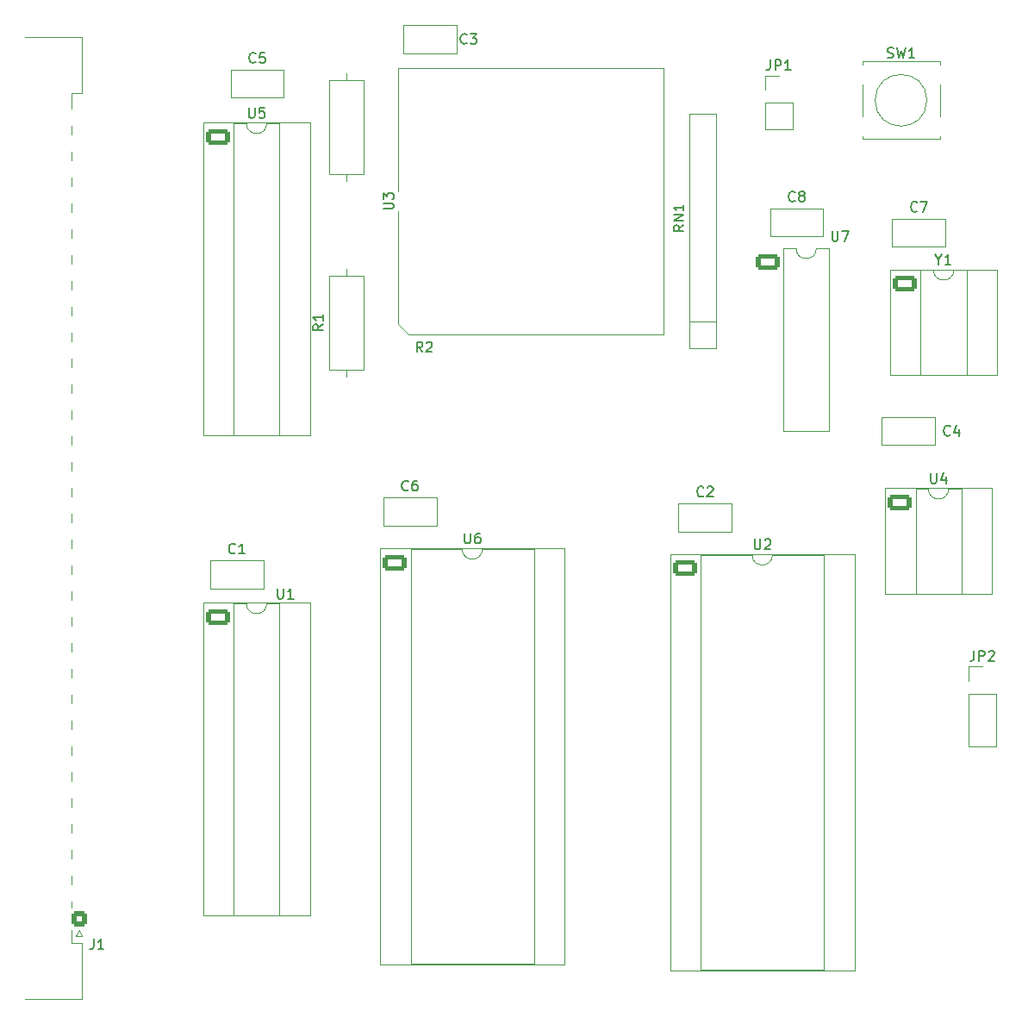
<source format=gto>
G04 #@! TF.GenerationSoftware,KiCad,Pcbnew,9.0.5*
G04 #@! TF.CreationDate,2025-10-15T15:43:06+11:00*
G04 #@! TF.ProjectId,MECB_68008_CPU,4d454342-5f36-4383-9030-385f4350552e,1.0*
G04 #@! TF.SameCoordinates,Original*
G04 #@! TF.FileFunction,Legend,Top*
G04 #@! TF.FilePolarity,Positive*
%FSLAX46Y46*%
G04 Gerber Fmt 4.6, Leading zero omitted, Abs format (unit mm)*
G04 Created by KiCad (PCBNEW 9.0.5) date 2025-10-15 15:43:06*
%MOMM*%
%LPD*%
G01*
G04 APERTURE LIST*
G04 Aperture macros list*
%AMRoundRect*
0 Rectangle with rounded corners*
0 $1 Rounding radius*
0 $2 $3 $4 $5 $6 $7 $8 $9 X,Y pos of 4 corners*
0 Add a 4 corners polygon primitive as box body*
4,1,4,$2,$3,$4,$5,$6,$7,$8,$9,$2,$3,0*
0 Add four circle primitives for the rounded corners*
1,1,$1+$1,$2,$3*
1,1,$1+$1,$4,$5*
1,1,$1+$1,$6,$7*
1,1,$1+$1,$8,$9*
0 Add four rect primitives between the rounded corners*
20,1,$1+$1,$2,$3,$4,$5,0*
20,1,$1+$1,$4,$5,$6,$7,0*
20,1,$1+$1,$6,$7,$8,$9,0*
20,1,$1+$1,$8,$9,$2,$3,0*%
G04 Aperture macros list end*
%ADD10C,0.150000*%
%ADD11C,0.120000*%
%ADD12C,3.200000*%
%ADD13C,2.850000*%
%ADD14RoundRect,0.249550X0.525450X-0.525450X0.525450X0.525450X-0.525450X0.525450X-0.525450X-0.525450X0*%
%ADD15C,1.550000*%
%ADD16C,1.397000*%
%ADD17C,1.600000*%
%ADD18R,1.600000X1.600000*%
%ADD19RoundRect,0.250000X-0.950000X-0.550000X0.950000X-0.550000X0.950000X0.550000X-0.950000X0.550000X0*%
%ADD20O,2.400000X1.600000*%
%ADD21R,1.700000X1.700000*%
%ADD22C,1.700000*%
%ADD23R,1.422400X1.422400*%
%ADD24C,1.422400*%
G04 APERTURE END LIST*
D10*
X103171666Y-137884819D02*
X103171666Y-138599104D01*
X103171666Y-138599104D02*
X103124047Y-138741961D01*
X103124047Y-138741961D02*
X103028809Y-138837200D01*
X103028809Y-138837200D02*
X102885952Y-138884819D01*
X102885952Y-138884819D02*
X102790714Y-138884819D01*
X104171666Y-138884819D02*
X103600238Y-138884819D01*
X103885952Y-138884819D02*
X103885952Y-137884819D01*
X103885952Y-137884819D02*
X103790714Y-138027676D01*
X103790714Y-138027676D02*
X103695476Y-138122914D01*
X103695476Y-138122914D02*
X103600238Y-138170533D01*
X181166667Y-51287200D02*
X181309524Y-51334819D01*
X181309524Y-51334819D02*
X181547619Y-51334819D01*
X181547619Y-51334819D02*
X181642857Y-51287200D01*
X181642857Y-51287200D02*
X181690476Y-51239580D01*
X181690476Y-51239580D02*
X181738095Y-51144342D01*
X181738095Y-51144342D02*
X181738095Y-51049104D01*
X181738095Y-51049104D02*
X181690476Y-50953866D01*
X181690476Y-50953866D02*
X181642857Y-50906247D01*
X181642857Y-50906247D02*
X181547619Y-50858628D01*
X181547619Y-50858628D02*
X181357143Y-50811009D01*
X181357143Y-50811009D02*
X181261905Y-50763390D01*
X181261905Y-50763390D02*
X181214286Y-50715771D01*
X181214286Y-50715771D02*
X181166667Y-50620533D01*
X181166667Y-50620533D02*
X181166667Y-50525295D01*
X181166667Y-50525295D02*
X181214286Y-50430057D01*
X181214286Y-50430057D02*
X181261905Y-50382438D01*
X181261905Y-50382438D02*
X181357143Y-50334819D01*
X181357143Y-50334819D02*
X181595238Y-50334819D01*
X181595238Y-50334819D02*
X181738095Y-50382438D01*
X182071429Y-50334819D02*
X182309524Y-51334819D01*
X182309524Y-51334819D02*
X182500000Y-50620533D01*
X182500000Y-50620533D02*
X182690476Y-51334819D01*
X182690476Y-51334819D02*
X182928572Y-50334819D01*
X183833333Y-51334819D02*
X183261905Y-51334819D01*
X183547619Y-51334819D02*
X183547619Y-50334819D01*
X183547619Y-50334819D02*
X183452381Y-50477676D01*
X183452381Y-50477676D02*
X183357143Y-50572914D01*
X183357143Y-50572914D02*
X183261905Y-50620533D01*
X184083333Y-66359580D02*
X184035714Y-66407200D01*
X184035714Y-66407200D02*
X183892857Y-66454819D01*
X183892857Y-66454819D02*
X183797619Y-66454819D01*
X183797619Y-66454819D02*
X183654762Y-66407200D01*
X183654762Y-66407200D02*
X183559524Y-66311961D01*
X183559524Y-66311961D02*
X183511905Y-66216723D01*
X183511905Y-66216723D02*
X183464286Y-66026247D01*
X183464286Y-66026247D02*
X183464286Y-65883390D01*
X183464286Y-65883390D02*
X183511905Y-65692914D01*
X183511905Y-65692914D02*
X183559524Y-65597676D01*
X183559524Y-65597676D02*
X183654762Y-65502438D01*
X183654762Y-65502438D02*
X183797619Y-65454819D01*
X183797619Y-65454819D02*
X183892857Y-65454819D01*
X183892857Y-65454819D02*
X184035714Y-65502438D01*
X184035714Y-65502438D02*
X184083333Y-65550057D01*
X184416667Y-65454819D02*
X185083333Y-65454819D01*
X185083333Y-65454819D02*
X184654762Y-66454819D01*
X125734819Y-77516666D02*
X125258628Y-77849999D01*
X125734819Y-78088094D02*
X124734819Y-78088094D01*
X124734819Y-78088094D02*
X124734819Y-77707142D01*
X124734819Y-77707142D02*
X124782438Y-77611904D01*
X124782438Y-77611904D02*
X124830057Y-77564285D01*
X124830057Y-77564285D02*
X124925295Y-77516666D01*
X124925295Y-77516666D02*
X125068152Y-77516666D01*
X125068152Y-77516666D02*
X125163390Y-77564285D01*
X125163390Y-77564285D02*
X125211009Y-77611904D01*
X125211009Y-77611904D02*
X125258628Y-77707142D01*
X125258628Y-77707142D02*
X125258628Y-78088094D01*
X125734819Y-76564285D02*
X125734819Y-77135713D01*
X125734819Y-76849999D02*
X124734819Y-76849999D01*
X124734819Y-76849999D02*
X124877676Y-76945237D01*
X124877676Y-76945237D02*
X124972914Y-77040475D01*
X124972914Y-77040475D02*
X125020533Y-77135713D01*
X161144819Y-67760476D02*
X160668628Y-68093809D01*
X161144819Y-68331904D02*
X160144819Y-68331904D01*
X160144819Y-68331904D02*
X160144819Y-67950952D01*
X160144819Y-67950952D02*
X160192438Y-67855714D01*
X160192438Y-67855714D02*
X160240057Y-67808095D01*
X160240057Y-67808095D02*
X160335295Y-67760476D01*
X160335295Y-67760476D02*
X160478152Y-67760476D01*
X160478152Y-67760476D02*
X160573390Y-67808095D01*
X160573390Y-67808095D02*
X160621009Y-67855714D01*
X160621009Y-67855714D02*
X160668628Y-67950952D01*
X160668628Y-67950952D02*
X160668628Y-68331904D01*
X161144819Y-67331904D02*
X160144819Y-67331904D01*
X160144819Y-67331904D02*
X161144819Y-66760476D01*
X161144819Y-66760476D02*
X160144819Y-66760476D01*
X161144819Y-65760476D02*
X161144819Y-66331904D01*
X161144819Y-66046190D02*
X160144819Y-66046190D01*
X160144819Y-66046190D02*
X160287676Y-66141428D01*
X160287676Y-66141428D02*
X160382914Y-66236666D01*
X160382914Y-66236666D02*
X160430533Y-66331904D01*
X187333333Y-88359580D02*
X187285714Y-88407200D01*
X187285714Y-88407200D02*
X187142857Y-88454819D01*
X187142857Y-88454819D02*
X187047619Y-88454819D01*
X187047619Y-88454819D02*
X186904762Y-88407200D01*
X186904762Y-88407200D02*
X186809524Y-88311961D01*
X186809524Y-88311961D02*
X186761905Y-88216723D01*
X186761905Y-88216723D02*
X186714286Y-88026247D01*
X186714286Y-88026247D02*
X186714286Y-87883390D01*
X186714286Y-87883390D02*
X186761905Y-87692914D01*
X186761905Y-87692914D02*
X186809524Y-87597676D01*
X186809524Y-87597676D02*
X186904762Y-87502438D01*
X186904762Y-87502438D02*
X187047619Y-87454819D01*
X187047619Y-87454819D02*
X187142857Y-87454819D01*
X187142857Y-87454819D02*
X187285714Y-87502438D01*
X187285714Y-87502438D02*
X187333333Y-87550057D01*
X188190476Y-87788152D02*
X188190476Y-88454819D01*
X187952381Y-87407200D02*
X187714286Y-88121485D01*
X187714286Y-88121485D02*
X188333333Y-88121485D01*
X168118095Y-98604819D02*
X168118095Y-99414342D01*
X168118095Y-99414342D02*
X168165714Y-99509580D01*
X168165714Y-99509580D02*
X168213333Y-99557200D01*
X168213333Y-99557200D02*
X168308571Y-99604819D01*
X168308571Y-99604819D02*
X168499047Y-99604819D01*
X168499047Y-99604819D02*
X168594285Y-99557200D01*
X168594285Y-99557200D02*
X168641904Y-99509580D01*
X168641904Y-99509580D02*
X168689523Y-99414342D01*
X168689523Y-99414342D02*
X168689523Y-98604819D01*
X169118095Y-98700057D02*
X169165714Y-98652438D01*
X169165714Y-98652438D02*
X169260952Y-98604819D01*
X169260952Y-98604819D02*
X169499047Y-98604819D01*
X169499047Y-98604819D02*
X169594285Y-98652438D01*
X169594285Y-98652438D02*
X169641904Y-98700057D01*
X169641904Y-98700057D02*
X169689523Y-98795295D01*
X169689523Y-98795295D02*
X169689523Y-98890533D01*
X169689523Y-98890533D02*
X169641904Y-99033390D01*
X169641904Y-99033390D02*
X169070476Y-99604819D01*
X169070476Y-99604819D02*
X169689523Y-99604819D01*
X163093333Y-94339580D02*
X163045714Y-94387200D01*
X163045714Y-94387200D02*
X162902857Y-94434819D01*
X162902857Y-94434819D02*
X162807619Y-94434819D01*
X162807619Y-94434819D02*
X162664762Y-94387200D01*
X162664762Y-94387200D02*
X162569524Y-94291961D01*
X162569524Y-94291961D02*
X162521905Y-94196723D01*
X162521905Y-94196723D02*
X162474286Y-94006247D01*
X162474286Y-94006247D02*
X162474286Y-93863390D01*
X162474286Y-93863390D02*
X162521905Y-93672914D01*
X162521905Y-93672914D02*
X162569524Y-93577676D01*
X162569524Y-93577676D02*
X162664762Y-93482438D01*
X162664762Y-93482438D02*
X162807619Y-93434819D01*
X162807619Y-93434819D02*
X162902857Y-93434819D01*
X162902857Y-93434819D02*
X163045714Y-93482438D01*
X163045714Y-93482438D02*
X163093333Y-93530057D01*
X163474286Y-93530057D02*
X163521905Y-93482438D01*
X163521905Y-93482438D02*
X163617143Y-93434819D01*
X163617143Y-93434819D02*
X163855238Y-93434819D01*
X163855238Y-93434819D02*
X163950476Y-93482438D01*
X163950476Y-93482438D02*
X163998095Y-93530057D01*
X163998095Y-93530057D02*
X164045714Y-93625295D01*
X164045714Y-93625295D02*
X164045714Y-93720533D01*
X164045714Y-93720533D02*
X163998095Y-93863390D01*
X163998095Y-93863390D02*
X163426667Y-94434819D01*
X163426667Y-94434819D02*
X164045714Y-94434819D01*
X139833333Y-49859580D02*
X139785714Y-49907200D01*
X139785714Y-49907200D02*
X139642857Y-49954819D01*
X139642857Y-49954819D02*
X139547619Y-49954819D01*
X139547619Y-49954819D02*
X139404762Y-49907200D01*
X139404762Y-49907200D02*
X139309524Y-49811961D01*
X139309524Y-49811961D02*
X139261905Y-49716723D01*
X139261905Y-49716723D02*
X139214286Y-49526247D01*
X139214286Y-49526247D02*
X139214286Y-49383390D01*
X139214286Y-49383390D02*
X139261905Y-49192914D01*
X139261905Y-49192914D02*
X139309524Y-49097676D01*
X139309524Y-49097676D02*
X139404762Y-49002438D01*
X139404762Y-49002438D02*
X139547619Y-48954819D01*
X139547619Y-48954819D02*
X139642857Y-48954819D01*
X139642857Y-48954819D02*
X139785714Y-49002438D01*
X139785714Y-49002438D02*
X139833333Y-49050057D01*
X140166667Y-48954819D02*
X140785714Y-48954819D01*
X140785714Y-48954819D02*
X140452381Y-49335771D01*
X140452381Y-49335771D02*
X140595238Y-49335771D01*
X140595238Y-49335771D02*
X140690476Y-49383390D01*
X140690476Y-49383390D02*
X140738095Y-49431009D01*
X140738095Y-49431009D02*
X140785714Y-49526247D01*
X140785714Y-49526247D02*
X140785714Y-49764342D01*
X140785714Y-49764342D02*
X140738095Y-49859580D01*
X140738095Y-49859580D02*
X140690476Y-49907200D01*
X140690476Y-49907200D02*
X140595238Y-49954819D01*
X140595238Y-49954819D02*
X140309524Y-49954819D01*
X140309524Y-49954819D02*
X140214286Y-49907200D01*
X140214286Y-49907200D02*
X140166667Y-49859580D01*
X121238095Y-103454819D02*
X121238095Y-104264342D01*
X121238095Y-104264342D02*
X121285714Y-104359580D01*
X121285714Y-104359580D02*
X121333333Y-104407200D01*
X121333333Y-104407200D02*
X121428571Y-104454819D01*
X121428571Y-104454819D02*
X121619047Y-104454819D01*
X121619047Y-104454819D02*
X121714285Y-104407200D01*
X121714285Y-104407200D02*
X121761904Y-104359580D01*
X121761904Y-104359580D02*
X121809523Y-104264342D01*
X121809523Y-104264342D02*
X121809523Y-103454819D01*
X122809523Y-104454819D02*
X122238095Y-104454819D01*
X122523809Y-104454819D02*
X122523809Y-103454819D01*
X122523809Y-103454819D02*
X122428571Y-103597676D01*
X122428571Y-103597676D02*
X122333333Y-103692914D01*
X122333333Y-103692914D02*
X122238095Y-103740533D01*
X169666666Y-51534819D02*
X169666666Y-52249104D01*
X169666666Y-52249104D02*
X169619047Y-52391961D01*
X169619047Y-52391961D02*
X169523809Y-52487200D01*
X169523809Y-52487200D02*
X169380952Y-52534819D01*
X169380952Y-52534819D02*
X169285714Y-52534819D01*
X170142857Y-52534819D02*
X170142857Y-51534819D01*
X170142857Y-51534819D02*
X170523809Y-51534819D01*
X170523809Y-51534819D02*
X170619047Y-51582438D01*
X170619047Y-51582438D02*
X170666666Y-51630057D01*
X170666666Y-51630057D02*
X170714285Y-51725295D01*
X170714285Y-51725295D02*
X170714285Y-51868152D01*
X170714285Y-51868152D02*
X170666666Y-51963390D01*
X170666666Y-51963390D02*
X170619047Y-52011009D01*
X170619047Y-52011009D02*
X170523809Y-52058628D01*
X170523809Y-52058628D02*
X170142857Y-52058628D01*
X171666666Y-52534819D02*
X171095238Y-52534819D01*
X171380952Y-52534819D02*
X171380952Y-51534819D01*
X171380952Y-51534819D02*
X171285714Y-51677676D01*
X171285714Y-51677676D02*
X171190476Y-51772914D01*
X171190476Y-51772914D02*
X171095238Y-51820533D01*
X172083333Y-65359580D02*
X172035714Y-65407200D01*
X172035714Y-65407200D02*
X171892857Y-65454819D01*
X171892857Y-65454819D02*
X171797619Y-65454819D01*
X171797619Y-65454819D02*
X171654762Y-65407200D01*
X171654762Y-65407200D02*
X171559524Y-65311961D01*
X171559524Y-65311961D02*
X171511905Y-65216723D01*
X171511905Y-65216723D02*
X171464286Y-65026247D01*
X171464286Y-65026247D02*
X171464286Y-64883390D01*
X171464286Y-64883390D02*
X171511905Y-64692914D01*
X171511905Y-64692914D02*
X171559524Y-64597676D01*
X171559524Y-64597676D02*
X171654762Y-64502438D01*
X171654762Y-64502438D02*
X171797619Y-64454819D01*
X171797619Y-64454819D02*
X171892857Y-64454819D01*
X171892857Y-64454819D02*
X172035714Y-64502438D01*
X172035714Y-64502438D02*
X172083333Y-64550057D01*
X172654762Y-64883390D02*
X172559524Y-64835771D01*
X172559524Y-64835771D02*
X172511905Y-64788152D01*
X172511905Y-64788152D02*
X172464286Y-64692914D01*
X172464286Y-64692914D02*
X172464286Y-64645295D01*
X172464286Y-64645295D02*
X172511905Y-64550057D01*
X172511905Y-64550057D02*
X172559524Y-64502438D01*
X172559524Y-64502438D02*
X172654762Y-64454819D01*
X172654762Y-64454819D02*
X172845238Y-64454819D01*
X172845238Y-64454819D02*
X172940476Y-64502438D01*
X172940476Y-64502438D02*
X172988095Y-64550057D01*
X172988095Y-64550057D02*
X173035714Y-64645295D01*
X173035714Y-64645295D02*
X173035714Y-64692914D01*
X173035714Y-64692914D02*
X172988095Y-64788152D01*
X172988095Y-64788152D02*
X172940476Y-64835771D01*
X172940476Y-64835771D02*
X172845238Y-64883390D01*
X172845238Y-64883390D02*
X172654762Y-64883390D01*
X172654762Y-64883390D02*
X172559524Y-64931009D01*
X172559524Y-64931009D02*
X172511905Y-64978628D01*
X172511905Y-64978628D02*
X172464286Y-65073866D01*
X172464286Y-65073866D02*
X172464286Y-65264342D01*
X172464286Y-65264342D02*
X172511905Y-65359580D01*
X172511905Y-65359580D02*
X172559524Y-65407200D01*
X172559524Y-65407200D02*
X172654762Y-65454819D01*
X172654762Y-65454819D02*
X172845238Y-65454819D01*
X172845238Y-65454819D02*
X172940476Y-65407200D01*
X172940476Y-65407200D02*
X172988095Y-65359580D01*
X172988095Y-65359580D02*
X173035714Y-65264342D01*
X173035714Y-65264342D02*
X173035714Y-65073866D01*
X173035714Y-65073866D02*
X172988095Y-64978628D01*
X172988095Y-64978628D02*
X172940476Y-64931009D01*
X172940476Y-64931009D02*
X172845238Y-64883390D01*
X185428095Y-92124819D02*
X185428095Y-92934342D01*
X185428095Y-92934342D02*
X185475714Y-93029580D01*
X185475714Y-93029580D02*
X185523333Y-93077200D01*
X185523333Y-93077200D02*
X185618571Y-93124819D01*
X185618571Y-93124819D02*
X185809047Y-93124819D01*
X185809047Y-93124819D02*
X185904285Y-93077200D01*
X185904285Y-93077200D02*
X185951904Y-93029580D01*
X185951904Y-93029580D02*
X185999523Y-92934342D01*
X185999523Y-92934342D02*
X185999523Y-92124819D01*
X186904285Y-92458152D02*
X186904285Y-93124819D01*
X186666190Y-92077200D02*
X186428095Y-92791485D01*
X186428095Y-92791485D02*
X187047142Y-92791485D01*
X186213809Y-71148628D02*
X186213809Y-71624819D01*
X185880476Y-70624819D02*
X186213809Y-71148628D01*
X186213809Y-71148628D02*
X186547142Y-70624819D01*
X187404285Y-71624819D02*
X186832857Y-71624819D01*
X187118571Y-71624819D02*
X187118571Y-70624819D01*
X187118571Y-70624819D02*
X187023333Y-70767676D01*
X187023333Y-70767676D02*
X186928095Y-70862914D01*
X186928095Y-70862914D02*
X186832857Y-70910533D01*
X117083333Y-99939580D02*
X117035714Y-99987200D01*
X117035714Y-99987200D02*
X116892857Y-100034819D01*
X116892857Y-100034819D02*
X116797619Y-100034819D01*
X116797619Y-100034819D02*
X116654762Y-99987200D01*
X116654762Y-99987200D02*
X116559524Y-99891961D01*
X116559524Y-99891961D02*
X116511905Y-99796723D01*
X116511905Y-99796723D02*
X116464286Y-99606247D01*
X116464286Y-99606247D02*
X116464286Y-99463390D01*
X116464286Y-99463390D02*
X116511905Y-99272914D01*
X116511905Y-99272914D02*
X116559524Y-99177676D01*
X116559524Y-99177676D02*
X116654762Y-99082438D01*
X116654762Y-99082438D02*
X116797619Y-99034819D01*
X116797619Y-99034819D02*
X116892857Y-99034819D01*
X116892857Y-99034819D02*
X117035714Y-99082438D01*
X117035714Y-99082438D02*
X117083333Y-99130057D01*
X118035714Y-100034819D02*
X117464286Y-100034819D01*
X117750000Y-100034819D02*
X117750000Y-99034819D01*
X117750000Y-99034819D02*
X117654762Y-99177676D01*
X117654762Y-99177676D02*
X117559524Y-99272914D01*
X117559524Y-99272914D02*
X117464286Y-99320533D01*
X119083333Y-51739580D02*
X119035714Y-51787200D01*
X119035714Y-51787200D02*
X118892857Y-51834819D01*
X118892857Y-51834819D02*
X118797619Y-51834819D01*
X118797619Y-51834819D02*
X118654762Y-51787200D01*
X118654762Y-51787200D02*
X118559524Y-51691961D01*
X118559524Y-51691961D02*
X118511905Y-51596723D01*
X118511905Y-51596723D02*
X118464286Y-51406247D01*
X118464286Y-51406247D02*
X118464286Y-51263390D01*
X118464286Y-51263390D02*
X118511905Y-51072914D01*
X118511905Y-51072914D02*
X118559524Y-50977676D01*
X118559524Y-50977676D02*
X118654762Y-50882438D01*
X118654762Y-50882438D02*
X118797619Y-50834819D01*
X118797619Y-50834819D02*
X118892857Y-50834819D01*
X118892857Y-50834819D02*
X119035714Y-50882438D01*
X119035714Y-50882438D02*
X119083333Y-50930057D01*
X119988095Y-50834819D02*
X119511905Y-50834819D01*
X119511905Y-50834819D02*
X119464286Y-51311009D01*
X119464286Y-51311009D02*
X119511905Y-51263390D01*
X119511905Y-51263390D02*
X119607143Y-51215771D01*
X119607143Y-51215771D02*
X119845238Y-51215771D01*
X119845238Y-51215771D02*
X119940476Y-51263390D01*
X119940476Y-51263390D02*
X119988095Y-51311009D01*
X119988095Y-51311009D02*
X120035714Y-51406247D01*
X120035714Y-51406247D02*
X120035714Y-51644342D01*
X120035714Y-51644342D02*
X119988095Y-51739580D01*
X119988095Y-51739580D02*
X119940476Y-51787200D01*
X119940476Y-51787200D02*
X119845238Y-51834819D01*
X119845238Y-51834819D02*
X119607143Y-51834819D01*
X119607143Y-51834819D02*
X119511905Y-51787200D01*
X119511905Y-51787200D02*
X119464286Y-51739580D01*
X135483333Y-80234819D02*
X135150000Y-79758628D01*
X134911905Y-80234819D02*
X134911905Y-79234819D01*
X134911905Y-79234819D02*
X135292857Y-79234819D01*
X135292857Y-79234819D02*
X135388095Y-79282438D01*
X135388095Y-79282438D02*
X135435714Y-79330057D01*
X135435714Y-79330057D02*
X135483333Y-79425295D01*
X135483333Y-79425295D02*
X135483333Y-79568152D01*
X135483333Y-79568152D02*
X135435714Y-79663390D01*
X135435714Y-79663390D02*
X135388095Y-79711009D01*
X135388095Y-79711009D02*
X135292857Y-79758628D01*
X135292857Y-79758628D02*
X134911905Y-79758628D01*
X135864286Y-79330057D02*
X135911905Y-79282438D01*
X135911905Y-79282438D02*
X136007143Y-79234819D01*
X136007143Y-79234819D02*
X136245238Y-79234819D01*
X136245238Y-79234819D02*
X136340476Y-79282438D01*
X136340476Y-79282438D02*
X136388095Y-79330057D01*
X136388095Y-79330057D02*
X136435714Y-79425295D01*
X136435714Y-79425295D02*
X136435714Y-79520533D01*
X136435714Y-79520533D02*
X136388095Y-79663390D01*
X136388095Y-79663390D02*
X135816667Y-80234819D01*
X135816667Y-80234819D02*
X136435714Y-80234819D01*
X134083333Y-93759580D02*
X134035714Y-93807200D01*
X134035714Y-93807200D02*
X133892857Y-93854819D01*
X133892857Y-93854819D02*
X133797619Y-93854819D01*
X133797619Y-93854819D02*
X133654762Y-93807200D01*
X133654762Y-93807200D02*
X133559524Y-93711961D01*
X133559524Y-93711961D02*
X133511905Y-93616723D01*
X133511905Y-93616723D02*
X133464286Y-93426247D01*
X133464286Y-93426247D02*
X133464286Y-93283390D01*
X133464286Y-93283390D02*
X133511905Y-93092914D01*
X133511905Y-93092914D02*
X133559524Y-92997676D01*
X133559524Y-92997676D02*
X133654762Y-92902438D01*
X133654762Y-92902438D02*
X133797619Y-92854819D01*
X133797619Y-92854819D02*
X133892857Y-92854819D01*
X133892857Y-92854819D02*
X134035714Y-92902438D01*
X134035714Y-92902438D02*
X134083333Y-92950057D01*
X134940476Y-92854819D02*
X134750000Y-92854819D01*
X134750000Y-92854819D02*
X134654762Y-92902438D01*
X134654762Y-92902438D02*
X134607143Y-92950057D01*
X134607143Y-92950057D02*
X134511905Y-93092914D01*
X134511905Y-93092914D02*
X134464286Y-93283390D01*
X134464286Y-93283390D02*
X134464286Y-93664342D01*
X134464286Y-93664342D02*
X134511905Y-93759580D01*
X134511905Y-93759580D02*
X134559524Y-93807200D01*
X134559524Y-93807200D02*
X134654762Y-93854819D01*
X134654762Y-93854819D02*
X134845238Y-93854819D01*
X134845238Y-93854819D02*
X134940476Y-93807200D01*
X134940476Y-93807200D02*
X134988095Y-93759580D01*
X134988095Y-93759580D02*
X135035714Y-93664342D01*
X135035714Y-93664342D02*
X135035714Y-93426247D01*
X135035714Y-93426247D02*
X134988095Y-93331009D01*
X134988095Y-93331009D02*
X134940476Y-93283390D01*
X134940476Y-93283390D02*
X134845238Y-93235771D01*
X134845238Y-93235771D02*
X134654762Y-93235771D01*
X134654762Y-93235771D02*
X134559524Y-93283390D01*
X134559524Y-93283390D02*
X134511905Y-93331009D01*
X134511905Y-93331009D02*
X134464286Y-93426247D01*
X118428095Y-56224819D02*
X118428095Y-57034342D01*
X118428095Y-57034342D02*
X118475714Y-57129580D01*
X118475714Y-57129580D02*
X118523333Y-57177200D01*
X118523333Y-57177200D02*
X118618571Y-57224819D01*
X118618571Y-57224819D02*
X118809047Y-57224819D01*
X118809047Y-57224819D02*
X118904285Y-57177200D01*
X118904285Y-57177200D02*
X118951904Y-57129580D01*
X118951904Y-57129580D02*
X118999523Y-57034342D01*
X118999523Y-57034342D02*
X118999523Y-56224819D01*
X119951904Y-56224819D02*
X119475714Y-56224819D01*
X119475714Y-56224819D02*
X119428095Y-56701009D01*
X119428095Y-56701009D02*
X119475714Y-56653390D01*
X119475714Y-56653390D02*
X119570952Y-56605771D01*
X119570952Y-56605771D02*
X119809047Y-56605771D01*
X119809047Y-56605771D02*
X119904285Y-56653390D01*
X119904285Y-56653390D02*
X119951904Y-56701009D01*
X119951904Y-56701009D02*
X119999523Y-56796247D01*
X119999523Y-56796247D02*
X119999523Y-57034342D01*
X119999523Y-57034342D02*
X119951904Y-57129580D01*
X119951904Y-57129580D02*
X119904285Y-57177200D01*
X119904285Y-57177200D02*
X119809047Y-57224819D01*
X119809047Y-57224819D02*
X119570952Y-57224819D01*
X119570952Y-57224819D02*
X119475714Y-57177200D01*
X119475714Y-57177200D02*
X119428095Y-57129580D01*
X139618095Y-98024819D02*
X139618095Y-98834342D01*
X139618095Y-98834342D02*
X139665714Y-98929580D01*
X139665714Y-98929580D02*
X139713333Y-98977200D01*
X139713333Y-98977200D02*
X139808571Y-99024819D01*
X139808571Y-99024819D02*
X139999047Y-99024819D01*
X139999047Y-99024819D02*
X140094285Y-98977200D01*
X140094285Y-98977200D02*
X140141904Y-98929580D01*
X140141904Y-98929580D02*
X140189523Y-98834342D01*
X140189523Y-98834342D02*
X140189523Y-98024819D01*
X141094285Y-98024819D02*
X140903809Y-98024819D01*
X140903809Y-98024819D02*
X140808571Y-98072438D01*
X140808571Y-98072438D02*
X140760952Y-98120057D01*
X140760952Y-98120057D02*
X140665714Y-98262914D01*
X140665714Y-98262914D02*
X140618095Y-98453390D01*
X140618095Y-98453390D02*
X140618095Y-98834342D01*
X140618095Y-98834342D02*
X140665714Y-98929580D01*
X140665714Y-98929580D02*
X140713333Y-98977200D01*
X140713333Y-98977200D02*
X140808571Y-99024819D01*
X140808571Y-99024819D02*
X140999047Y-99024819D01*
X140999047Y-99024819D02*
X141094285Y-98977200D01*
X141094285Y-98977200D02*
X141141904Y-98929580D01*
X141141904Y-98929580D02*
X141189523Y-98834342D01*
X141189523Y-98834342D02*
X141189523Y-98596247D01*
X141189523Y-98596247D02*
X141141904Y-98501009D01*
X141141904Y-98501009D02*
X141094285Y-98453390D01*
X141094285Y-98453390D02*
X140999047Y-98405771D01*
X140999047Y-98405771D02*
X140808571Y-98405771D01*
X140808571Y-98405771D02*
X140713333Y-98453390D01*
X140713333Y-98453390D02*
X140665714Y-98501009D01*
X140665714Y-98501009D02*
X140618095Y-98596247D01*
X175738095Y-68324819D02*
X175738095Y-69134342D01*
X175738095Y-69134342D02*
X175785714Y-69229580D01*
X175785714Y-69229580D02*
X175833333Y-69277200D01*
X175833333Y-69277200D02*
X175928571Y-69324819D01*
X175928571Y-69324819D02*
X176119047Y-69324819D01*
X176119047Y-69324819D02*
X176214285Y-69277200D01*
X176214285Y-69277200D02*
X176261904Y-69229580D01*
X176261904Y-69229580D02*
X176309523Y-69134342D01*
X176309523Y-69134342D02*
X176309523Y-68324819D01*
X176690476Y-68324819D02*
X177357142Y-68324819D01*
X177357142Y-68324819D02*
X176928571Y-69324819D01*
X131634819Y-66181904D02*
X132444342Y-66181904D01*
X132444342Y-66181904D02*
X132539580Y-66134285D01*
X132539580Y-66134285D02*
X132587200Y-66086666D01*
X132587200Y-66086666D02*
X132634819Y-65991428D01*
X132634819Y-65991428D02*
X132634819Y-65800952D01*
X132634819Y-65800952D02*
X132587200Y-65705714D01*
X132587200Y-65705714D02*
X132539580Y-65658095D01*
X132539580Y-65658095D02*
X132444342Y-65610476D01*
X132444342Y-65610476D02*
X131634819Y-65610476D01*
X131634819Y-65229523D02*
X131634819Y-64610476D01*
X131634819Y-64610476D02*
X132015771Y-64943809D01*
X132015771Y-64943809D02*
X132015771Y-64800952D01*
X132015771Y-64800952D02*
X132063390Y-64705714D01*
X132063390Y-64705714D02*
X132111009Y-64658095D01*
X132111009Y-64658095D02*
X132206247Y-64610476D01*
X132206247Y-64610476D02*
X132444342Y-64610476D01*
X132444342Y-64610476D02*
X132539580Y-64658095D01*
X132539580Y-64658095D02*
X132587200Y-64705714D01*
X132587200Y-64705714D02*
X132634819Y-64800952D01*
X132634819Y-64800952D02*
X132634819Y-65086666D01*
X132634819Y-65086666D02*
X132587200Y-65181904D01*
X132587200Y-65181904D02*
X132539580Y-65229523D01*
X189666666Y-109574819D02*
X189666666Y-110289104D01*
X189666666Y-110289104D02*
X189619047Y-110431961D01*
X189619047Y-110431961D02*
X189523809Y-110527200D01*
X189523809Y-110527200D02*
X189380952Y-110574819D01*
X189380952Y-110574819D02*
X189285714Y-110574819D01*
X190142857Y-110574819D02*
X190142857Y-109574819D01*
X190142857Y-109574819D02*
X190523809Y-109574819D01*
X190523809Y-109574819D02*
X190619047Y-109622438D01*
X190619047Y-109622438D02*
X190666666Y-109670057D01*
X190666666Y-109670057D02*
X190714285Y-109765295D01*
X190714285Y-109765295D02*
X190714285Y-109908152D01*
X190714285Y-109908152D02*
X190666666Y-110003390D01*
X190666666Y-110003390D02*
X190619047Y-110051009D01*
X190619047Y-110051009D02*
X190523809Y-110098628D01*
X190523809Y-110098628D02*
X190142857Y-110098628D01*
X191095238Y-109670057D02*
X191142857Y-109622438D01*
X191142857Y-109622438D02*
X191238095Y-109574819D01*
X191238095Y-109574819D02*
X191476190Y-109574819D01*
X191476190Y-109574819D02*
X191571428Y-109622438D01*
X191571428Y-109622438D02*
X191619047Y-109670057D01*
X191619047Y-109670057D02*
X191666666Y-109765295D01*
X191666666Y-109765295D02*
X191666666Y-109860533D01*
X191666666Y-109860533D02*
X191619047Y-110003390D01*
X191619047Y-110003390D02*
X191047619Y-110574819D01*
X191047619Y-110574819D02*
X191666666Y-110574819D01*
D11*
X96427000Y-49260000D02*
X101987000Y-49260000D01*
X96427000Y-143780000D02*
X101987000Y-143780000D01*
X100987000Y-56280000D02*
X100987000Y-54780000D01*
X100987000Y-58820000D02*
X100987000Y-58019000D01*
X100987000Y-61360000D02*
X100987000Y-60559000D01*
X100987000Y-63900000D02*
X100987000Y-63099000D01*
X100987000Y-66440000D02*
X100987000Y-65639000D01*
X100987000Y-68980000D02*
X100987000Y-68179000D01*
X100987000Y-71520000D02*
X100987000Y-70719000D01*
X100987000Y-74060000D02*
X100987000Y-73259000D01*
X100987000Y-76600000D02*
X100987000Y-75799000D01*
X100987000Y-79140000D02*
X100987000Y-78339000D01*
X100987000Y-81680000D02*
X100987000Y-80879000D01*
X100987000Y-84220000D02*
X100987000Y-83419000D01*
X100987000Y-86760000D02*
X100987000Y-85959000D01*
X100987000Y-89300000D02*
X100987000Y-88499000D01*
X100987000Y-91840000D02*
X100987000Y-91039000D01*
X100987000Y-94380000D02*
X100987000Y-93579000D01*
X100987000Y-96920000D02*
X100987000Y-96119000D01*
X100987000Y-99460000D02*
X100987000Y-98659000D01*
X100987000Y-102000000D02*
X100987000Y-101199000D01*
X100987000Y-104540000D02*
X100987000Y-103739000D01*
X100987000Y-107080000D02*
X100987000Y-106279000D01*
X100987000Y-109620000D02*
X100987000Y-108819000D01*
X100987000Y-112160000D02*
X100987000Y-111359000D01*
X100987000Y-114700000D02*
X100987000Y-113899000D01*
X100987000Y-117240000D02*
X100987000Y-116439000D01*
X100987000Y-119780000D02*
X100987000Y-118979000D01*
X100987000Y-122320000D02*
X100987000Y-121519000D01*
X100987000Y-124860000D02*
X100987000Y-124059000D01*
X100987000Y-127400000D02*
X100987000Y-126599000D01*
X100987000Y-129940000D02*
X100987000Y-129139000D01*
X100987000Y-132480000D02*
X100987000Y-131679000D01*
X100987000Y-134795000D02*
X100987000Y-134219000D01*
X100987000Y-138261000D02*
X100987000Y-136985000D01*
X101427000Y-137585000D02*
X102027000Y-137585000D01*
X101727000Y-136985000D02*
X101427000Y-137585000D01*
X101987000Y-49260000D02*
X101987000Y-54780000D01*
X101987000Y-54780000D02*
X100987000Y-54780000D01*
X101987000Y-138260000D02*
X100987000Y-138260000D01*
X101987000Y-143780000D02*
X101987000Y-138260000D01*
X102027000Y-137585000D02*
X101727000Y-136985000D01*
X178690000Y-51690000D02*
X178690000Y-51990000D01*
X178690000Y-51690000D02*
X186310000Y-51690000D01*
X178690000Y-53930000D02*
X178690000Y-57070000D01*
X178690000Y-59010000D02*
X178690000Y-59310000D01*
X186310000Y-51690000D02*
X186310000Y-51990000D01*
X186310000Y-53930000D02*
X186310000Y-57070000D01*
X186310000Y-59010000D02*
X186310000Y-59310000D01*
X186310000Y-59310000D02*
X178690000Y-59310000D01*
X185040000Y-55500000D02*
G75*
G02*
X179960000Y-55500000I-2540000J0D01*
G01*
X179960000Y-55500000D02*
G75*
G02*
X185040000Y-55500000I2540000J0D01*
G01*
X181630000Y-67130000D02*
X186870000Y-67130000D01*
X181630000Y-69870000D02*
X181630000Y-67130000D01*
X186870000Y-67130000D02*
X186870000Y-69870000D01*
X186870000Y-69870000D02*
X181630000Y-69870000D01*
X128000000Y-72040000D02*
X128000000Y-72730000D01*
X128000000Y-82660000D02*
X128000000Y-81970000D01*
X126280000Y-81970000D02*
X129720000Y-81970000D01*
X129720000Y-72730000D01*
X126280000Y-72730000D01*
X126280000Y-81970000D01*
X161690000Y-56830000D02*
X161690000Y-79850000D01*
X161690000Y-77230000D02*
X164310000Y-77230000D01*
X161690000Y-79850000D02*
X164310000Y-79850000D01*
X164310000Y-56830000D02*
X161690000Y-56830000D01*
X164310000Y-79850000D02*
X164310000Y-56830000D01*
X180630000Y-86630000D02*
X185870000Y-86630000D01*
X180630000Y-89370000D02*
X180630000Y-86630000D01*
X185870000Y-86630000D02*
X185870000Y-89370000D01*
X185870000Y-89370000D02*
X180630000Y-89370000D01*
X162820000Y-100150000D02*
X162820000Y-140910000D01*
X162820000Y-140910000D02*
X174940000Y-140910000D01*
X167880000Y-100150000D02*
X162820000Y-100150000D01*
X174940000Y-100150000D02*
X169880000Y-100150000D01*
X174940000Y-140910000D02*
X174940000Y-100150000D01*
X159820000Y-100090000D02*
X177940000Y-100090000D01*
X177940000Y-140970000D01*
X159820000Y-140970000D01*
X159820000Y-100090000D01*
X169880000Y-100150000D02*
G75*
G02*
X167880000Y-100150000I-1000000J0D01*
G01*
X160640000Y-95110000D02*
X165880000Y-95110000D01*
X160640000Y-97850000D02*
X160640000Y-95110000D01*
X165880000Y-95110000D02*
X165880000Y-97850000D01*
X165880000Y-97850000D02*
X160640000Y-97850000D01*
X133630000Y-48130000D02*
X138870000Y-48130000D01*
X133630000Y-50870000D02*
X133630000Y-48130000D01*
X138870000Y-48130000D02*
X138870000Y-50870000D01*
X138870000Y-50870000D02*
X133630000Y-50870000D01*
X116940000Y-104930000D02*
X116940000Y-135530000D01*
X116940000Y-135530000D02*
X121440000Y-135530000D01*
X118190000Y-104930000D02*
X116940000Y-104930000D01*
X121440000Y-104930000D02*
X120190000Y-104930000D01*
X121440000Y-135530000D02*
X121440000Y-104930000D01*
X113940000Y-104870000D02*
X124440000Y-104870000D01*
X124440000Y-135590000D01*
X113940000Y-135590000D01*
X113940000Y-104870000D01*
X120190000Y-104930000D02*
G75*
G02*
X118190000Y-104930000I-1000000J0D01*
G01*
X169120000Y-53080000D02*
X170500000Y-53080000D01*
X169120000Y-54460000D02*
X169120000Y-53080000D01*
X169120000Y-55730000D02*
X169120000Y-58380000D01*
X169120000Y-55730000D02*
X171880000Y-55730000D01*
X169120000Y-58380000D02*
X171880000Y-58380000D01*
X171880000Y-55730000D02*
X171880000Y-58380000D01*
X169630000Y-66130000D02*
X174870000Y-66130000D01*
X169630000Y-68870000D02*
X169630000Y-66130000D01*
X174870000Y-66130000D02*
X174870000Y-68870000D01*
X174870000Y-68870000D02*
X169630000Y-68870000D01*
X183940000Y-93670000D02*
X183940000Y-103950000D01*
X183940000Y-103950000D02*
X188440000Y-103950000D01*
X185190000Y-93670000D02*
X183940000Y-93670000D01*
X188440000Y-93670000D02*
X187190000Y-93670000D01*
X188440000Y-103950000D02*
X188440000Y-93670000D01*
X180940000Y-93610000D02*
X191440000Y-93610000D01*
X191440000Y-104010000D01*
X180940000Y-104010000D01*
X180940000Y-93610000D01*
X187190000Y-93670000D02*
G75*
G02*
X185190000Y-93670000I-1000000J0D01*
G01*
X184440000Y-72170000D02*
X184440000Y-82450000D01*
X184440000Y-82450000D02*
X188940000Y-82450000D01*
X185690000Y-72170000D02*
X184440000Y-72170000D01*
X188940000Y-72170000D02*
X187690000Y-72170000D01*
X188940000Y-82450000D02*
X188940000Y-72170000D01*
X181440000Y-72110000D02*
X191940000Y-72110000D01*
X191940000Y-82510000D01*
X181440000Y-82510000D01*
X181440000Y-72110000D01*
X187690000Y-72170000D02*
G75*
G02*
X185690000Y-72170000I-1000000J0D01*
G01*
X114630000Y-100710000D02*
X119870000Y-100710000D01*
X114630000Y-103450000D02*
X114630000Y-100710000D01*
X119870000Y-100710000D02*
X119870000Y-103450000D01*
X119870000Y-103450000D02*
X114630000Y-103450000D01*
X116630000Y-52510000D02*
X121870000Y-52510000D01*
X116630000Y-55250000D02*
X116630000Y-52510000D01*
X121870000Y-52510000D02*
X121870000Y-55250000D01*
X121870000Y-55250000D02*
X116630000Y-55250000D01*
X128000000Y-52840000D02*
X128000000Y-53530000D01*
X128000000Y-63460000D02*
X128000000Y-62770000D01*
X129720000Y-53530000D02*
X126280000Y-53530000D01*
X126280000Y-62770000D01*
X129720000Y-62770000D01*
X129720000Y-53530000D01*
X131630000Y-94530000D02*
X136870000Y-94530000D01*
X131630000Y-97270000D02*
X131630000Y-94530000D01*
X136870000Y-94530000D02*
X136870000Y-97270000D01*
X136870000Y-97270000D02*
X131630000Y-97270000D01*
X116940000Y-57770000D02*
X116940000Y-88370000D01*
X116940000Y-88370000D02*
X121440000Y-88370000D01*
X118190000Y-57770000D02*
X116940000Y-57770000D01*
X121440000Y-57770000D02*
X120190000Y-57770000D01*
X121440000Y-88370000D02*
X121440000Y-57770000D01*
X113940000Y-57710000D02*
X124440000Y-57710000D01*
X124440000Y-88430000D01*
X113940000Y-88430000D01*
X113940000Y-57710000D01*
X120190000Y-57770000D02*
G75*
G02*
X118190000Y-57770000I-1000000J0D01*
G01*
X134320000Y-99570000D02*
X134320000Y-140330000D01*
X134320000Y-140330000D02*
X146440000Y-140330000D01*
X139380000Y-99570000D02*
X134320000Y-99570000D01*
X146440000Y-99570000D02*
X141380000Y-99570000D01*
X146440000Y-140330000D02*
X146440000Y-99570000D01*
X131320000Y-99510000D02*
X149440000Y-99510000D01*
X149440000Y-140390000D01*
X131320000Y-140390000D01*
X131320000Y-99510000D01*
X141380000Y-99570000D02*
G75*
G02*
X139380000Y-99570000I-1000000J0D01*
G01*
X170940000Y-70050000D02*
X170940000Y-87950000D01*
X170940000Y-87950000D02*
X175440000Y-87950000D01*
X172190000Y-70050000D02*
X170940000Y-70050000D01*
X175440000Y-70050000D02*
X174190000Y-70050000D01*
X175440000Y-87950000D02*
X175440000Y-70050000D01*
X174190000Y-70050000D02*
G75*
G02*
X172190000Y-70050000I-1000000J0D01*
G01*
X133080000Y-52380000D02*
X133080000Y-64420000D01*
X133080000Y-66420000D02*
X133080000Y-77460000D01*
X133080000Y-77460000D02*
X134080000Y-78460000D01*
X134080000Y-78460000D02*
X159160000Y-78460000D01*
X159160000Y-52380000D02*
X133080000Y-52380000D01*
X159160000Y-78460000D02*
X159160000Y-52380000D01*
X189120000Y-111120000D02*
X190500000Y-111120000D01*
X189120000Y-112500000D02*
X189120000Y-111120000D01*
X189120000Y-113770000D02*
X189120000Y-118960000D01*
X189120000Y-113770000D02*
X191880000Y-113770000D01*
X189120000Y-118960000D02*
X191880000Y-118960000D01*
X191880000Y-113770000D02*
X191880000Y-118960000D01*
%LPC*%
D12*
X192532000Y-50419000D03*
X192532000Y-142621000D03*
X106172000Y-50419000D03*
X106172000Y-142621000D03*
D13*
X99187000Y-140970000D03*
X99187000Y-52070000D03*
D14*
X101727000Y-135890000D03*
D15*
X101727000Y-133350000D03*
X101727000Y-130810000D03*
X101727000Y-128270000D03*
X101727000Y-125730000D03*
X101727000Y-123190000D03*
X101727000Y-120650000D03*
X101727000Y-118110000D03*
X101727000Y-115570000D03*
X101727000Y-113030000D03*
X101727000Y-110490000D03*
X101727000Y-107950000D03*
X101727000Y-105410000D03*
X101727000Y-102870000D03*
X101727000Y-100330000D03*
X101727000Y-97790000D03*
X101727000Y-95250000D03*
X101727000Y-92710000D03*
X101727000Y-90170000D03*
X101727000Y-87630000D03*
X101727000Y-85090000D03*
X101727000Y-82550000D03*
X101727000Y-80010000D03*
X101727000Y-77470000D03*
X101727000Y-74930000D03*
X101727000Y-72390000D03*
X101727000Y-69850000D03*
X101727000Y-67310000D03*
X101727000Y-64770000D03*
X101727000Y-62230000D03*
X101727000Y-59690000D03*
X101727000Y-57150000D03*
X106807000Y-135890000D03*
X106807000Y-133350000D03*
X106807000Y-130810000D03*
X106807000Y-128270000D03*
X106807000Y-125730000D03*
X106807000Y-123190000D03*
X106807000Y-120650000D03*
X106807000Y-118110000D03*
X106807000Y-115570000D03*
X106807000Y-113030000D03*
X106807000Y-110490000D03*
X106807000Y-107950000D03*
X106807000Y-105410000D03*
X106807000Y-102870000D03*
X106807000Y-100330000D03*
X106807000Y-97790000D03*
X106807000Y-95250000D03*
X106807000Y-92710000D03*
X106807000Y-90170000D03*
X106807000Y-87630000D03*
X106807000Y-85090000D03*
X106807000Y-82550000D03*
X106807000Y-80010000D03*
X106807000Y-77470000D03*
X106807000Y-74930000D03*
X106807000Y-72390000D03*
X106807000Y-69850000D03*
X106807000Y-67310000D03*
X106807000Y-64770000D03*
X106807000Y-62230000D03*
X106807000Y-59690000D03*
X106807000Y-57150000D03*
D16*
X178690000Y-52960000D03*
X186310000Y-52960000D03*
X178690000Y-58040000D03*
X186310000Y-58040000D03*
D17*
X183000000Y-68500000D03*
X185500000Y-68500000D03*
X128000000Y-83700000D03*
X128000000Y-71000000D03*
D18*
X163000000Y-78500000D03*
D17*
X163000000Y-75960000D03*
X163000000Y-73420000D03*
X163000000Y-70880000D03*
X163000000Y-68340000D03*
X163000000Y-65800000D03*
X163000000Y-63260000D03*
X163000000Y-60720000D03*
X163000000Y-58180000D03*
X182000000Y-88000000D03*
X184500000Y-88000000D03*
D19*
X161260000Y-101480000D03*
D20*
X161260000Y-104020000D03*
X161260000Y-106560000D03*
X161260000Y-109100000D03*
X161260000Y-111640000D03*
X161260000Y-114180000D03*
X161260000Y-116720000D03*
X161260000Y-119260000D03*
X161260000Y-121800000D03*
X161260000Y-124340000D03*
X161260000Y-126880000D03*
X161260000Y-129420000D03*
X161260000Y-131960000D03*
X161260000Y-134500000D03*
X161260000Y-137040000D03*
X161260000Y-139580000D03*
X176500000Y-139580000D03*
X176500000Y-137040000D03*
X176500000Y-134500000D03*
X176500000Y-131960000D03*
X176500000Y-129420000D03*
X176500000Y-126880000D03*
X176500000Y-124340000D03*
X176500000Y-121800000D03*
X176500000Y-119260000D03*
X176500000Y-116720000D03*
X176500000Y-114180000D03*
X176500000Y-111640000D03*
X176500000Y-109100000D03*
X176500000Y-106560000D03*
X176500000Y-104020000D03*
X176500000Y-101480000D03*
D17*
X162010000Y-96480000D03*
X164510000Y-96480000D03*
X135000000Y-49500000D03*
X137500000Y-49500000D03*
D19*
X115380000Y-106260000D03*
D20*
X115380000Y-108800000D03*
X115380000Y-111340000D03*
X115380000Y-113880000D03*
X115380000Y-116420000D03*
X115380000Y-118960000D03*
X115380000Y-121500000D03*
X115380000Y-124040000D03*
X115380000Y-126580000D03*
X115380000Y-129120000D03*
X115380000Y-131660000D03*
X115380000Y-134200000D03*
X123000000Y-134200000D03*
X123000000Y-131660000D03*
X123000000Y-129120000D03*
X123000000Y-126580000D03*
X123000000Y-124040000D03*
X123000000Y-121500000D03*
X123000000Y-118960000D03*
X123000000Y-116420000D03*
X123000000Y-113880000D03*
X123000000Y-111340000D03*
X123000000Y-108800000D03*
X123000000Y-106260000D03*
D21*
X170500000Y-54460000D03*
D22*
X170500000Y-57000000D03*
D17*
X171000000Y-67500000D03*
X173500000Y-67500000D03*
D19*
X182380000Y-95000000D03*
D20*
X182380000Y-97540000D03*
X182380000Y-100080000D03*
X182380000Y-102620000D03*
X190000000Y-102620000D03*
X190000000Y-100080000D03*
X190000000Y-97540000D03*
X190000000Y-95000000D03*
D19*
X182880000Y-73500000D03*
D20*
X182880000Y-81120000D03*
X190500000Y-81120000D03*
X190500000Y-73500000D03*
D17*
X116000000Y-102080000D03*
X118500000Y-102080000D03*
X118000000Y-53880000D03*
X120500000Y-53880000D03*
X128000000Y-51800000D03*
X128000000Y-64500000D03*
X133000000Y-95900000D03*
X135500000Y-95900000D03*
D19*
X115380000Y-59100000D03*
D20*
X115380000Y-61640000D03*
X115380000Y-64180000D03*
X115380000Y-66720000D03*
X115380000Y-69260000D03*
X115380000Y-71800000D03*
X115380000Y-74340000D03*
X115380000Y-76880000D03*
X115380000Y-79420000D03*
X115380000Y-81960000D03*
X115380000Y-84500000D03*
X115380000Y-87040000D03*
X123000000Y-87040000D03*
X123000000Y-84500000D03*
X123000000Y-81960000D03*
X123000000Y-79420000D03*
X123000000Y-76880000D03*
X123000000Y-74340000D03*
X123000000Y-71800000D03*
X123000000Y-69260000D03*
X123000000Y-66720000D03*
X123000000Y-64180000D03*
X123000000Y-61640000D03*
X123000000Y-59100000D03*
D19*
X132760000Y-100900000D03*
D20*
X132760000Y-103440000D03*
X132760000Y-105980000D03*
X132760000Y-108520000D03*
X132760000Y-111060000D03*
X132760000Y-113600000D03*
X132760000Y-116140000D03*
X132760000Y-118680000D03*
X132760000Y-121220000D03*
X132760000Y-123760000D03*
X132760000Y-126300000D03*
X132760000Y-128840000D03*
X132760000Y-131380000D03*
X132760000Y-133920000D03*
X132760000Y-136460000D03*
X132760000Y-139000000D03*
X148000000Y-139000000D03*
X148000000Y-136460000D03*
X148000000Y-133920000D03*
X148000000Y-131380000D03*
X148000000Y-128840000D03*
X148000000Y-126300000D03*
X148000000Y-123760000D03*
X148000000Y-121220000D03*
X148000000Y-118680000D03*
X148000000Y-116140000D03*
X148000000Y-113600000D03*
X148000000Y-111060000D03*
X148000000Y-108520000D03*
X148000000Y-105980000D03*
X148000000Y-103440000D03*
X148000000Y-100900000D03*
D19*
X169380000Y-71380000D03*
D20*
X169380000Y-73920000D03*
X169380000Y-76460000D03*
X169380000Y-79000000D03*
X169380000Y-81540000D03*
X169380000Y-84080000D03*
X169380000Y-86620000D03*
X177000000Y-86620000D03*
X177000000Y-84080000D03*
X177000000Y-81540000D03*
X177000000Y-79000000D03*
X177000000Y-76460000D03*
X177000000Y-73920000D03*
X177000000Y-71380000D03*
D23*
X135960000Y-65420000D03*
D24*
X138500000Y-65420000D03*
X135960000Y-67960000D03*
X138500000Y-67960000D03*
X135960000Y-70500000D03*
X138500000Y-70500000D03*
X135960000Y-73040000D03*
X138500000Y-75580000D03*
X138500000Y-73040000D03*
X141040000Y-75580000D03*
X141040000Y-73040000D03*
X143580000Y-75580000D03*
X143580000Y-73040000D03*
X146120000Y-75580000D03*
X146120000Y-73040000D03*
X148660000Y-75580000D03*
X148660000Y-73040000D03*
X151200000Y-75580000D03*
X151200000Y-73040000D03*
X153740000Y-75580000D03*
X156280000Y-73040000D03*
X153740000Y-73040000D03*
X156280000Y-70500000D03*
X153740000Y-70500000D03*
X156280000Y-67960000D03*
X153740000Y-67960000D03*
X156280000Y-65420000D03*
X153740000Y-65420000D03*
X156280000Y-62880000D03*
X153740000Y-62880000D03*
X156280000Y-60340000D03*
X153740000Y-60340000D03*
X156280000Y-57800000D03*
X153740000Y-55260000D03*
X153740000Y-57800000D03*
X151200000Y-55260000D03*
X151200000Y-57800000D03*
X148660000Y-55260000D03*
X148660000Y-57800000D03*
X146120000Y-55260000D03*
X146120000Y-57800000D03*
X143580000Y-55260000D03*
X143580000Y-57800000D03*
X141040000Y-55260000D03*
X141040000Y-57800000D03*
X138500000Y-55260000D03*
X135960000Y-57800000D03*
X138500000Y-57800000D03*
X135960000Y-60340000D03*
X138500000Y-60340000D03*
X135960000Y-62880000D03*
X138500000Y-62880000D03*
D21*
X190500000Y-112500000D03*
D22*
X190500000Y-115040000D03*
X190500000Y-117580000D03*
%LPD*%
M02*

</source>
